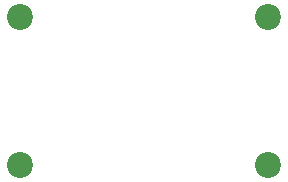
<source format=gbr>
%TF.GenerationSoftware,Altium Limited,Altium Designer,20.1.12 (249)*%
G04 Layer_Color=0*
%FSLAX45Y45*%
%MOMM*%
%TF.SameCoordinates,27206DED-D720-4121-B7EB-46A740E941A3*%
%TF.FilePolarity,Positive*%
%TF.FileFunction,NonPlated,1,4,NPTH,Drill*%
%TF.Part,Single*%
G01*
G75*
%TA.AperFunction,OtherDrill,Pad Free-MH4 (2mm,14.5mm)*%
%ADD88C,2.20000*%
%TA.AperFunction,OtherDrill,Pad Free-MH3 (23mm,14.5mm)*%
%ADD89C,2.20000*%
%TA.AperFunction,OtherDrill,Pad Free-MH2 (23mm,2mm)*%
%ADD90C,2.20000*%
%TA.AperFunction,OtherDrill,Pad Free-MH1 (2mm,2mm)*%
%ADD91C,2.20000*%
D88*
X200000Y1450000D02*
D03*
D89*
X2300000D02*
D03*
D90*
Y200000D02*
D03*
D91*
X200000D02*
D03*
%TF.MD5,58e0b8c4eb417788eb89fa44371a80da*%
M02*

</source>
